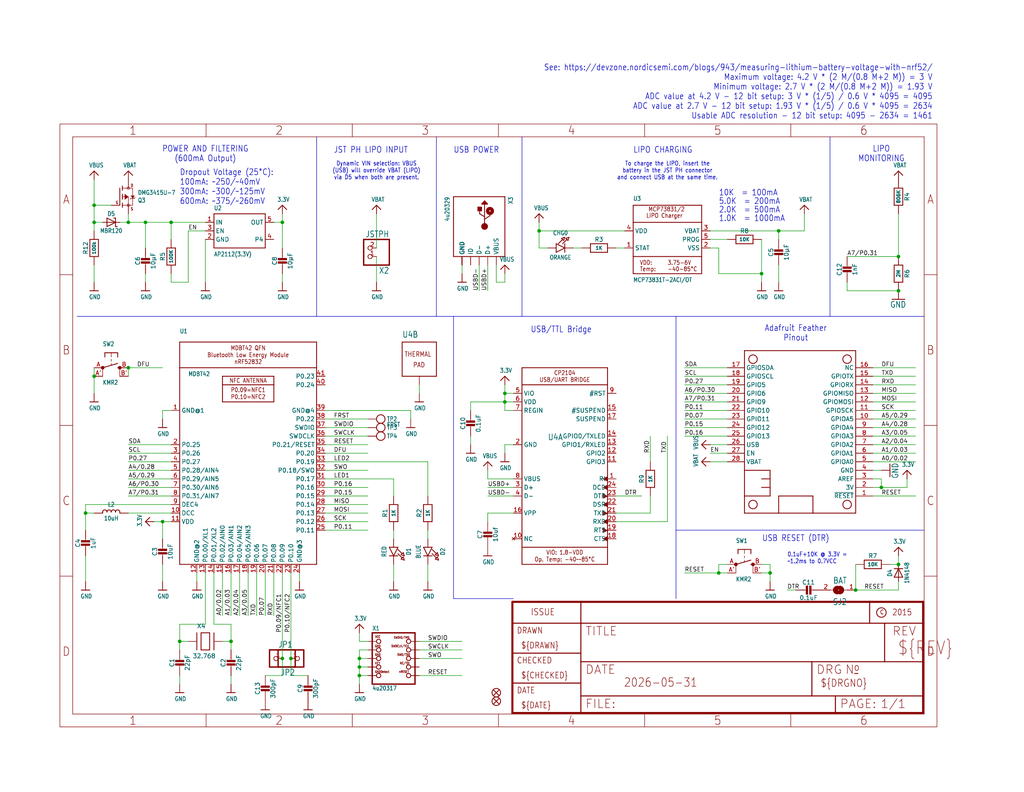
<source format=kicad_sch>
(kicad_sch (version 20231120) (generator "eeschema") (generator_version "8.0")
  (paper "User" 303.962 235.179)
  (junction (at 106.68 198.12))
  (junction (at 266.7 76.2))
  (junction (at 226.06 81.28))
  (junction (at 27.94 111.76))
  (junction (at 266.7 167.64))
  (junction (at 231.14 68.58))
  (junction (at 149.86 116.84))
  (junction (at 27.94 66.04))
  (junction (at 160.02 68.58))
  (junction (at 53.34 190.5))
  (junction (at 213.36 170.18))
  (junction (at 43.18 66.04))
  (junction (at 106.68 195.58))
  (junction (at 83.82 195.58))
  (junction (at 38.1 109.22))
  (junction (at 38.1 66.04))
  (junction (at 228.6 170.18))
  (junction (at 149.86 119.38))
  (junction (at 266.7 86.36))
  (junction (at 86.36 195.58))
  (junction (at 106.68 200.66))
  (junction (at 25.4 152.4))
  (junction (at 48.26 154.94))
  (junction (at 254 175.26))
  (junction (at 68.58 190.5))
  (junction (at 27.94 60.96))
  (junction (at 261.62 144.78))
  (junction (at 83.82 66.04))
  (junction (at 50.8 66.04))
  (wire (pts (xy 83.82 81.28) (xy 83.82 83.82)) (stroke (width 0.1524)))
  (wire (pts (xy 63.5 185.42) (xy 68.58 185.42)) (stroke (width 0.1524)))
  (wire (pts (xy 203.2 129.54) (xy 215.9 129.54)) (stroke (width 0.1524)))
  (wire (pts (xy 215.9 116.84) (xy 203.2 116.84)) (stroke (width 0.1524)))
  (polyline (pts (xy 246.38 93.98) (xy 246.38 40.64)) (stroke (width 0.1524) (type solid)))
  (wire (pts (xy 139.7 119.38) (xy 149.86 119.38)) (stroke (width 0.1524)))
  (wire (pts (xy 50.8 137.16) (xy 38.1 137.16)) (stroke (width 0.1524)))
  (wire (pts (xy 86.36 195.58) (xy 86.36 200.66)) (stroke (width 0.1524)))
  (wire (pts (xy 182.88 154.94) (xy 198.12 154.94)) (stroke (width 0.1524)))
  (wire (pts (xy 121.92 121.92) (xy 121.92 124.46)) (stroke (width 0.1524)))
  (wire (pts (xy 83.82 170.18) (xy 83.82 195.58)) (stroke (width 0.1524)))
  (wire (pts (xy 27.94 111.76) (xy 27.94 116.84)) (stroke (width 0.1524)))
  (wire (pts (xy 27.94 68.58) (xy 27.94 66.04)) (stroke (width 0.1524)))
  (wire (pts (xy 193.04 137.16) (xy 193.04 129.54)) (stroke (width 0.1524)))
  (wire (pts (xy 35.56 66.04) (xy 38.1 66.04)) (stroke (width 0.1524)))
  (wire (pts (xy 259.08 121.92) (xy 271.78 121.92)) (stroke (width 0.1524)))
  (wire (pts (xy 116.84 157.48) (xy 116.84 160.02)) (stroke (width 0.1524)))
  (wire (pts (xy 259.08 109.22) (xy 271.78 109.22)) (stroke (width 0.1524)))
  (wire (pts (xy 215.9 109.22) (xy 203.2 109.22)) (stroke (width 0.1524)))
  (wire (pts (xy 152.4 119.38) (xy 149.86 119.38)) (stroke (width 0.1524)))
  (wire (pts (xy 210.82 71.12) (xy 215.9 71.12)) (stroke (width 0.1524)))
  (wire (pts (xy 137.16 78.74) (xy 137.16 81.28)) (stroke (width 0.1524)))
  (wire (pts (xy 81.28 182.88) (xy 81.28 170.18)) (stroke (width 0.1524)))
  (wire (pts (xy 68.58 185.42) (xy 68.58 190.5)) (stroke (width 0.1524)))
  (wire (pts (xy 259.08 111.76) (xy 271.78 111.76)) (stroke (width 0.1524)))
  (polyline (pts (xy 129.54 93.98) (xy 134.62 93.98)) (stroke (width 0.1524) (type solid)))
  (wire (pts (xy 266.7 63.5) (xy 266.7 76.2)) (stroke (width 0.1524)))
  (wire (pts (xy 259.08 147.32) (xy 271.78 147.32)) (stroke (width 0.1524)))
  (wire (pts (xy 259.08 116.84) (xy 271.78 116.84)) (stroke (width 0.1524)))
  (wire (pts (xy 203.2 121.92) (xy 215.9 121.92)) (stroke (width 0.1524)))
  (wire (pts (xy 50.8 71.12) (xy 50.8 66.04)) (stroke (width 0.1524)))
  (wire (pts (xy 68.58 190.5) (xy 68.58 193.04)) (stroke (width 0.1524)))
  (wire (pts (xy 271.78 124.46) (xy 259.08 124.46)) (stroke (width 0.1524)))
  (wire (pts (xy 38.1 109.22) (xy 38.1 111.76)) (stroke (width 0.1524)))
  (wire (pts (xy 213.36 73.66) (xy 213.36 81.28)) (stroke (width 0.1524)))
  (wire (pts (xy 149.86 116.84) (xy 149.86 119.38)) (stroke (width 0.1524)))
  (wire (pts (xy 66.04 170.18) (xy 66.04 182.88)) (stroke (width 0.1524)))
  (wire (pts (xy 261.62 139.7) (xy 259.08 139.7)) (stroke (width 0.1524)))
  (wire (pts (xy 152.4 116.84) (xy 149.86 116.84)) (stroke (width 0.1524)))
  (wire (pts (xy 71.12 170.18) (xy 71.12 182.88)) (stroke (width 0.1524)))
  (wire (pts (xy 27.94 83.82) (xy 27.94 78.74)) (stroke (width 0.1524)))
  (wire (pts (xy 127 167.64) (xy 127 172.72)) (stroke (width 0.1524)))
  (polyline (pts (xy 134.62 177.8) (xy 152.4 177.8)) (stroke (width 0.1524) (type solid)))
  (wire (pts (xy 127 137.16) (xy 127 147.32)) (stroke (width 0.1524)))
  (polyline (pts (xy 154.94 93.98) (xy 154.94 40.64)) (stroke (width 0.1524) (type solid)))
  (polyline (pts (xy 200.66 157.48) (xy 200.66 93.98)) (stroke (width 0.1524) (type solid)))
  (wire (pts (xy 25.4 165.1) (xy 25.4 172.72)) (stroke (width 0.1524)))
  (wire (pts (xy 139.7 119.38) (xy 139.7 121.92)) (stroke (width 0.1524)))
  (wire (pts (xy 50.8 147.32) (xy 38.1 147.32)) (stroke (width 0.1524)))
  (wire (pts (xy 96.52 124.46) (xy 109.22 124.46)) (stroke (width 0.1524)))
  (wire (pts (xy 160.02 66.04) (xy 160.02 68.58)) (stroke (width 0.1524)))
  (wire (pts (xy 124.46 114.3) (xy 124.46 116.84)) (stroke (width 0.1524)))
  (wire (pts (xy 259.08 134.62) (xy 271.78 134.62)) (stroke (width 0.1524)))
  (wire (pts (xy 27.94 60.96) (xy 27.94 53.34)) (stroke (width 0.1524)))
  (wire (pts (xy 86.36 170.18) (xy 86.36 195.58)) (stroke (width 0.1524)))
  (wire (pts (xy 43.18 66.04) (xy 50.8 66.04)) (stroke (width 0.1524)))
  (wire (pts (xy 96.52 134.62) (xy 109.22 134.62)) (stroke (width 0.1524)))
  (wire (pts (xy 111.76 83.82) (xy 111.76 76.2)) (stroke (width 0.1524)))
  (wire (pts (xy 160.02 73.66) (xy 160.02 68.58)) (stroke (width 0.1524)))
  (wire (pts (xy 78.74 170.18) (xy 78.74 182.88)) (stroke (width 0.1524)))
  (wire (pts (xy 83.82 200.66) (xy 83.82 195.58)) (stroke (width 0.1524)))
  (wire (pts (xy 259.08 119.38) (xy 271.78 119.38)) (stroke (width 0.1524)))
  (wire (pts (xy 259.08 132.08) (xy 271.78 132.08)) (stroke (width 0.1524)))
  (wire (pts (xy 124.46 195.58) (xy 137.16 195.58)) (stroke (width 0.1524)))
  (wire (pts (xy 83.82 66.04) (xy 83.82 63.5)) (stroke (width 0.1524)))
  (wire (pts (xy 259.08 137.16) (xy 271.78 137.16)) (stroke (width 0.1524)))
  (wire (pts (xy 96.52 127) (xy 109.22 127)) (stroke (width 0.1524)))
  (wire (pts (xy 259.08 144.78) (xy 261.62 144.78)) (stroke (width 0.1524)))
  (wire (pts (xy 198.12 129.54) (xy 198.12 154.94)) (stroke (width 0.1524)))
  (wire (pts (xy 266.7 167.64) (xy 266.7 165.1)) (stroke (width 0.1524)))
  (wire (pts (xy 50.8 121.92) (xy 48.26 121.92)) (stroke (width 0.1524)))
  (wire (pts (xy 60.96 185.42) (xy 53.34 185.42)) (stroke (width 0.1524)))
  (wire (pts (xy 81.28 66.04) (xy 83.82 66.04)) (stroke (width 0.1524)))
  (wire (pts (xy 60.96 170.18) (xy 60.96 185.42)) (stroke (width 0.1524)))
  (wire (pts (xy 76.2 182.88) (xy 76.2 170.18)) (stroke (width 0.1524)))
  (wire (pts (xy 60.96 71.12) (xy 60.96 83.82)) (stroke (width 0.1524)))
  (wire (pts (xy 66.04 190.5) (xy 68.58 190.5)) (stroke (width 0.1524)))
  (wire (pts (xy 96.52 157.48) (xy 109.22 157.48)) (stroke (width 0.1524)))
  (wire (pts (xy 106.68 195.58) (xy 106.68 198.12)) (stroke (width 0.1524)))
  (polyline (pts (xy 200.66 93.98) (xy 246.38 93.98)) (stroke (width 0.1524) (type solid)))
  (wire (pts (xy 226.06 167.64) (xy 228.6 167.64)) (stroke (width 0.1524)))
  (wire (pts (xy 48.26 121.92) (xy 48.26 124.46)) (stroke (width 0.1524)))
  (wire (pts (xy 43.18 73.66) (xy 43.18 66.04)) (stroke (width 0.1524)))
  (wire (pts (xy 144.78 86.36) (xy 144.78 78.74)) (stroke (width 0.1524)))
  (wire (pts (xy 96.52 144.78) (xy 109.22 144.78)) (stroke (width 0.1524)))
  (wire (pts (xy 60.96 66.04) (xy 50.8 66.04)) (stroke (width 0.1524)))
  (wire (pts (xy 170.18 73.66) (xy 172.72 73.66)) (stroke (width 0.1524)))
  (wire (pts (xy 213.36 167.64) (xy 213.36 170.18)) (stroke (width 0.1524)))
  (wire (pts (xy 55.88 68.58) (xy 55.88 83.82)) (stroke (width 0.1524)))
  (wire (pts (xy 53.34 200.66) (xy 53.34 203.2)) (stroke (width 0.1524)))
  (wire (pts (xy 149.86 121.92) (xy 149.86 119.38)) (stroke (width 0.1524)))
  (wire (pts (xy 226.06 170.18) (xy 228.6 170.18)) (stroke (width 0.1524)))
  (wire (pts (xy 137.16 200.66) (xy 124.46 200.66)) (stroke (width 0.1524)))
  (wire (pts (xy 210.82 73.66) (xy 213.36 73.66)) (stroke (width 0.1524)))
  (polyline (pts (xy 200.66 157.48) (xy 274.32 157.48)) (stroke (width 0.1524) (type solid)))
  (wire (pts (xy 152.4 152.4) (xy 144.78 152.4)) (stroke (width 0.1524)))
  (wire (pts (xy 259.08 129.54) (xy 271.78 129.54)) (stroke (width 0.1524)))
  (wire (pts (xy 193.04 152.4) (xy 193.04 147.32)) (stroke (width 0.1524)))
  (wire (pts (xy 38.1 63.5) (xy 38.1 66.04)) (stroke (width 0.1524)))
  (wire (pts (xy 27.94 152.4) (xy 25.4 152.4)) (stroke (width 0.1524)))
  (wire (pts (xy 147.32 78.74) (xy 147.32 83.82)) (stroke (width 0.1524)))
  (wire (pts (xy 48.26 167.64) (xy 48.26 172.72)) (stroke (width 0.1524)))
  (wire (pts (xy 96.52 142.24) (xy 116.84 142.24)) (stroke (width 0.1524)))
  (wire (pts (xy 63.5 170.18) (xy 63.5 185.42)) (stroke (width 0.1524)))
  (wire (pts (xy 259.08 114.3) (xy 271.78 114.3)) (stroke (width 0.1524)))
  (wire (pts (xy 261.62 142.24) (xy 261.62 144.78)) (stroke (width 0.1524)))
  (wire (pts (xy 109.22 195.58) (xy 106.68 195.58)) (stroke (width 0.1524)))
  (wire (pts (xy 38.1 66.04) (xy 43.18 66.04)) (stroke (width 0.1524)))
  (wire (pts (xy 86.36 200.66) (xy 91.44 200.66)) (stroke (width 0.1524)))
  (polyline (pts (xy 134.62 177.8) (xy 134.62 93.98)) (stroke (width 0.1524) (type solid)))
  (wire (pts (xy 96.52 132.08) (xy 109.22 132.08)) (stroke (width 0.1524)))
  (wire (pts (xy 215.9 119.38) (xy 203.2 119.38)) (stroke (width 0.1524)))
  (wire (pts (xy 96.52 137.16) (xy 127 137.16)) (stroke (width 0.1524)))
  (wire (pts (xy 48.26 154.94) (xy 48.26 160.02)) (stroke (width 0.1524)))
  (wire (pts (xy 228.6 170.18) (xy 228.6 172.72)) (stroke (width 0.1524)))
  (wire (pts (xy 27.94 66.04) (xy 27.94 60.96)) (stroke (width 0.1524)))
  (wire (pts (xy 152.4 121.92) (xy 149.86 121.92)) (stroke (width 0.1524)))
  (wire (pts (xy 43.18 81.28) (xy 43.18 83.82)) (stroke (width 0.1524)))
  (wire (pts (xy 215.9 134.62) (xy 210.82 134.62)) (stroke (width 0.1524)))
  (wire (pts (xy 213.36 81.28) (xy 226.06 81.28)) (stroke (width 0.1524)))
  (wire (pts (xy 55.88 83.82) (xy 50.8 83.82)) (stroke (width 0.1524)))
  (wire (pts (xy 124.46 193.04) (xy 137.16 193.04)) (stroke (width 0.1524)))
  (wire (pts (xy 50.8 139.7) (xy 38.1 139.7)) (stroke (width 0.1524)))
  (wire (pts (xy 106.68 198.12) (xy 106.68 200.66)) (stroke (width 0.1524)))
  (wire (pts (xy 27.94 109.22) (xy 27.94 111.76)) (stroke (width 0.1524)))
  (wire (pts (xy 96.52 154.94) (xy 109.22 154.94)) (stroke (width 0.1524)))
  (wire (pts (xy 68.58 170.18) (xy 68.58 182.88)) (stroke (width 0.1524)))
  (wire (pts (xy 106.68 190.5) (xy 106.68 187.96)) (stroke (width 0.1524)))
  (wire (pts (xy 264.16 167.64) (xy 266.7 167.64)) (stroke (width 0.1524)))
  (wire (pts (xy 213.36 170.18) (xy 215.9 170.18)) (stroke (width 0.1524)))
  (wire (pts (xy 162.56 73.66) (xy 160.02 73.66)) (stroke (width 0.1524)))
  (wire (pts (xy 124.46 190.5) (xy 137.16 190.5)) (stroke (width 0.1524)))
  (wire (pts (xy 228.6 167.64) (xy 228.6 170.18)) (stroke (width 0.1524)))
  (wire (pts (xy 83.82 73.66) (xy 83.82 66.04)) (stroke (width 0.1524)))
  (wire (pts (xy 38.1 109.22) (xy 48.26 109.22)) (stroke (width 0.1524)))
  (wire (pts (xy 109.22 190.5) (xy 106.68 190.5)) (stroke (width 0.1524)))
  (wire (pts (xy 152.4 132.08) (xy 149.86 132.08)) (stroke (width 0.1524)))
  (wire (pts (xy 96.52 129.54) (xy 109.22 129.54)) (stroke (width 0.1524)))
  (wire (pts (xy 203.2 170.18) (xy 213.36 170.18)) (stroke (width 0.1524)))
  (polyline (pts (xy 134.62 93.98) (xy 154.94 93.98)) (stroke (width 0.1524) (type solid)))
  (wire (pts (xy 203.2 127) (xy 215.9 127)) (stroke (width 0.1524)))
  (wire (pts (xy 96.52 149.86) (xy 109.22 149.86)) (stroke (width 0.1524)))
  (wire (pts (xy 231.14 78.74) (xy 231.14 83.82)) (stroke (width 0.1524)))
  (wire (pts (xy 50.8 134.62) (xy 38.1 134.62)) (stroke (width 0.1524)))
  (polyline (pts (xy 200.66 177.8) (xy 200.66 157.48)) (stroke (width 0.1524) (type solid)))
  (wire (pts (xy 30.48 66.04) (xy 27.94 66.04)) (stroke (width 0.1524)))
  (wire (pts (xy 96.52 147.32) (xy 109.22 147.32)) (stroke (width 0.1524)))
  (wire (pts (xy 226.06 81.28) (xy 226.06 83.82)) (stroke (width 0.1524)))
  (wire (pts (xy 50.8 152.4) (xy 38.1 152.4)) (stroke (width 0.1524)))
  (wire (pts (xy 73.66 170.18) (xy 73.66 182.88)) (stroke (width 0.1524)))
  (wire (pts (xy 149.86 132.08) (xy 149.86 134.62)) (stroke (width 0.1524)))
  (wire (pts (xy 226.06 71.12) (xy 226.06 81.28)) (stroke (width 0.1524)))
  (wire (pts (xy 231.14 68.58) (xy 210.82 68.58)) (stroke (width 0.1524)))
  (wire (pts (xy 116.84 167.64) (xy 116.84 172.72)) (stroke (width 0.1524)))
  (wire (pts (xy 266.7 86.36) (xy 251.46 86.36)) (stroke (width 0.1524)))
  (wire (pts (xy 50.8 132.08) (xy 38.1 132.08)) (stroke (width 0.1524)))
  (wire (pts (xy 231.14 68.58) (xy 238.76 68.58)) (stroke (width 0.1524)))
  (wire (pts (xy 50.8 144.78) (xy 38.1 144.78)) (stroke (width 0.1524)))
  (wire (pts (xy 238.76 63.5) (xy 238.76 68.58)) (stroke (width 0.1524)))
  (wire (pts (xy 269.24 144.78) (xy 269.24 142.24)) (stroke (width 0.1524)))
  (wire (pts (xy 96.52 152.4) (xy 109.22 152.4)) (stroke (width 0.1524)))
  (polyline (pts (xy 22.86 93.98) (xy 93.98 93.98)) (stroke (width 0.1524) (type solid)))
  (wire (pts (xy 251.46 76.2) (xy 266.7 76.2)) (stroke (width 0.1524)))
  (wire (pts (xy 68.58 200.66) (xy 68.58 203.2)) (stroke (width 0.1524)))
  (wire (pts (xy 139.7 129.54) (xy 139.7 132.08)) (stroke (width 0.1524)))
  (wire (pts (xy 160.02 68.58) (xy 185.42 68.58)) (stroke (width 0.1524)))
  (polyline (pts (xy 246.38 93.98) (xy 274.32 93.98)) (stroke (width 0.1524) (type solid)))
  (wire (pts (xy 127 157.48) (xy 127 160.02)) (stroke (width 0.1524)))
  (wire (pts (xy 144.78 152.4) (xy 144.78 154.94)) (stroke (width 0.1524)))
  (wire (pts (xy 254 167.64) (xy 254 175.26)) (stroke (width 0.1524)))
  (wire (pts (xy 58.42 170.18) (xy 58.42 172.72)) (stroke (width 0.1524)))
  (wire (pts (xy 111.76 63.5) (xy 111.76 73.66)) (stroke (width 0.1524)))
  (wire (pts (xy 25.4 149.86) (xy 25.4 152.4)) (stroke (width 0.1524)))
  (wire (pts (xy 182.88 147.32) (xy 190.5 147.32)) (stroke (width 0.1524)))
  (wire (pts (xy 147.32 83.82) (xy 149.86 83.82)) (stroke (width 0.1524)))
  (wire (pts (xy 144.78 142.24) (xy 152.4 142.24)) (stroke (width 0.1524)))
  (wire (pts (xy 149.86 114.3) (xy 149.86 116.84)) (stroke (width 0.1524)))
  (wire (pts (xy 53.34 190.5) (xy 53.34 193.04)) (stroke (width 0.1524)))
  (wire (pts (xy 231.14 71.12) (xy 231.14 68.58)) (stroke (width 0.1524)))
  (wire (pts (xy 271.78 127) (xy 259.08 127)) (stroke (width 0.1524)))
  (polyline (pts (xy 129.54 93.98) (xy 129.54 40.64)) (stroke (width 0.1524) (type solid)))
  (wire (pts (xy 33.02 60.96) (xy 27.94 60.96)) (stroke (width 0.1524)))
  (wire (pts (xy 215.9 167.64) (xy 213.36 167.64)) (stroke (width 0.1524)))
  (wire (pts (xy 60.96 68.58) (xy 55.88 68.58)) (stroke (width 0.1524)))
  (wire (pts (xy 182.88 152.4) (xy 193.04 152.4)) (stroke (width 0.1524)))
  (polyline (pts (xy 93.98 93.98) (xy 129.54 93.98)) (stroke (width 0.1524) (type solid)))
  (wire (pts (xy 55.88 190.5) (xy 53.34 190.5)) (stroke (width 0.1524)))
  (wire (pts (xy 48.26 154.94) (xy 45.72 154.94)) (stroke (width 0.1524)))
  (wire (pts (xy 182.88 73.66) (xy 185.42 73.66)) (stroke (width 0.1524)))
  (wire (pts (xy 88.9 170.18) (xy 88.9 172.72)) (stroke (width 0.1524)))
  (wire (pts (xy 266.7 175.26) (xy 266.7 172.72)) (stroke (width 0.1524)))
  (wire (pts (xy 53.34 185.42) (xy 53.34 190.5)) (stroke (width 0.1524)))
  (wire (pts (xy 251.46 86.36) (xy 251.46 83.82)) (stroke (width 0.1524)))
  (wire (pts (xy 50.8 83.82) (xy 50.8 81.28)) (stroke (width 0.1524)))
  (wire (pts (xy 233.68 175.26) (xy 236.22 175.26)) (stroke (width 0.1524)))
  (wire (pts (xy 106.68 193.04) (xy 106.68 195.58)) (stroke (width 0.1524)))
  (wire (pts (xy 215.9 111.76) (xy 203.2 111.76)) (stroke (width 0.1524)))
  (wire (pts (xy 109.22 198.12) (xy 106.68 198.12)) (stroke (width 0.1524)))
  (wire (pts (xy 25.4 152.4) (xy 25.4 157.48)) (stroke (width 0.1524)))
  (wire (pts (xy 215.9 114.3) (xy 203.2 114.3)) (stroke (width 0.1524)))
  (wire (pts (xy 144.78 144.78) (xy 152.4 144.78)) (stroke (width 0.1524)))
  (wire (pts (xy 96.52 139.7) (xy 109.22 139.7)) (stroke (width 0.1524)))
  (wire (pts (xy 106.68 200.66) (xy 106.68 203.2)) (stroke (width 0.1524)))
  (wire (pts (xy 203.2 124.46) (xy 215.9 124.46)) (stroke (width 0.1524)))
  (wire (pts (xy 50.8 142.24) (xy 38.1 142.24)) (stroke (width 0.1524)))
  (polyline (pts (xy 93.98 93.98) (xy 93.98 40.64)) (stroke (width 0.1524) (type solid)))
  (wire (pts (xy 109.22 200.66) (xy 106.68 200.66)) (stroke (width 0.1524)))
  (wire (pts (xy 96.52 121.92) (xy 121.92 121.92)) (stroke (width 0.1524)))
  (wire (pts (xy 78.74 200.66) (xy 83.82 200.66)) (stroke (width 0.1524)))
  (wire (pts (xy 149.86 83.82) (xy 149.86 81.28)) (stroke (width 0.1524)))
  (wire (pts (xy 109.22 193.04) (xy 106.68 193.04)) (stroke (width 0.1524)))
  (polyline (pts (xy 154.94 93.98) (xy 200.66 93.98)) (stroke (width 0.1524) (type solid)))
  (wire (pts (xy 144.78 147.32) (xy 152.4 147.32)) (stroke (width 0.1524)))
  (wire (pts (xy 50.8 149.86) (xy 25.4 149.86)) (stroke (width 0.1524)))
  (wire (pts (xy 116.84 142.24) (xy 116.84 147.32)) (stroke (width 0.1524)))
  (wire (pts (xy 261.62 144.78) (xy 269.24 144.78)) (stroke (width 0.1524)))
  (wire (pts (xy 142.24 86.36) (xy 142.24 78.74)) (stroke (width 0.1524)))
  (wire (pts (xy 254 175.26) (xy 266.7 175.26)) (stroke (width 0.1524)))
  (wire (pts (xy 259.08 142.24) (xy 261.62 142.24)) (stroke (width 0.1524)))
  (wire (pts (xy 215.9 137.16) (xy 210.82 137.16)) (stroke (width 0.1524)))
  (wire (pts (xy 50.8 154.94) (xy 48.26 154.94)) (stroke (width 0.1524)))
  (wire (pts (xy 215.9 132.08) (xy 210.82 132.08)) (stroke (width 0.1524)))
  (wire (pts (xy 144.78 142.24) (xy 144.78 139.7)) (stroke (width 0.1524)))
  (text "Adafruit Feather\nPinout" (at 236.22 99.06 0) (effects (font (size 1.778 1.5113))))
  (text "USB/TTL Bridge" (at 157.48 99.06 0) (effects (font (size 1.778 1.5113)) (justify left bottom)))
  (text "LIPO CHARGING" (at 187.96 45.72 0) (effects (font (size 1.778 1.5113)) (justify left bottom)))
  (text "USB POWER" (at 134.62 45.72 0) (effects (font (size 1.778 1.5113)) (justify left bottom)))
  (text "To charge the LIPO, insert the\nbattery in the JST PH connector\nand connect USB at the same time." (at 198.12 50.8 0) (effects (font (size 1.27 1.0795))))
  (text "LIPO\nMONITORING" (at 261.62 48.26 0) (effects (font (size 1.778 1.5113)) (justify bottom)))
  (text "POWER AND FILTERING\n(600mA Output)" (at 60.96 48.26 0) (effects (font (size 1.778 1.5113)) (justify bottom)))
  (text "1.0K  = 1000mA" (at 213.36 66.04 0) (effects (font (size 1.778 1.5113)) (justify left bottom)))
  (text "10K  = 100mA" (at 213.36 58.42 0) (effects (font (size 1.778 1.5113)) (justify left bottom)))
  (text "Dropout Voltage (25°C):\n100mA: ~250/~40mV\n300mA: ~300/~125mV\n600mA: ~375/~260mV" (at 53.34 60.96 0) (effects (font (size 1.778 1.5113)) (justify left bottom)))
  (text "USB RESET (DTR)" (at 236.22 160.02 0) (effects (font (size 1.778 1.5113))))
  (text "Dynamic VIN selection: VBUS\n(USB) will override VBAT (LIPO)\nvia D5 when both are present." (at 111.76 50.8 0) (effects (font (size 1.27 1.0795))))
  (text "0.1uF+10K @ 3.3V =\n~1.2ms to 0.7VCC" (at 233.68 167.64 0) (effects (font (size 1.27 1.0795)) (justify left bottom)))
  (text "See: https://devzone.nordicsemi.com/blogs/943/measuring-lithium-battery-voltage-with-nrf52/\nMaximum voltage: 4.2 V * (2 M/(0.8 M+2 M)) = 3 V\nMinimum voltage: 2.7 V * (2 M/(0.8 M+2 M)) = 1.93 V\nADC value at 4.2 V - 12 bit setup: 3 V * (1/5) / 0.6 V * 4095 = 4095\nADC value at 2.7 V - 12 bit setup: 1.93 V * (1/5) / 0.6 V * 4095 = 2634\nUsable ADC resolution - 12 bit setup: 4095 - 2634 = 1461" (at 276.86 35.56 0) (effects (font (size 1.778 1.5113)) (justify right bottom)))
  (text "2.0K  = 500mA" (at 213.36 63.5 0) (effects (font (size 1.778 1.5113)) (justify left bottom)))
  (text "5.0K  = 200mA" (at 213.36 60.96 0) (effects (font (size 1.778 1.5113)) (justify left bottom)))
  (text "JST PH LIPO INPUT" (at 99.06 45.72 0) (effects (font (size 1.778 1.5113)) (justify left bottom)))
  (label "A3/0.05" (at 261.62 129.54 0) (effects (font (size 1.2446 1.2446))))
  (label "DTR" (at 185.42 147.32 0) (effects (font (size 1.2446 1.2446))))
  (label "P0.11" (at 99.06 157.48 0) (effects (font (size 1.2446 1.2446))))
  (label "P0.09/NFC1" (at 83.82 187.96 90) (effects (font (size 1.2446 1.2446))))
  (label "A7/P0.31" (at 203.2 119.38 0) (effects (font (size 1.2446 1.2446))))
  (label "A7/P0.31" (at 251.46 76.2 0) (effects (font (size 1.2446 1.2446))))
  (label "A1/0.03" (at 261.62 134.62 0) (effects (font (size 1.2446 1.2446))))
  (label "RESET" (at 99.06 132.08 0) (effects (font (size 1.2446 1.2446))))
  (label "EN" (at 210.82 134.62 0) (effects (font (size 1.2446 1.2446))))
  (label "P0.16" (at 99.06 144.78 0) (effects (font (size 1.2446 1.2446))))
  (label "TXD" (at 198.12 134.62 90) (effects (font (size 1.2446 1.2446))))
  (label "A0/0.02" (at 261.62 137.16 0) (effects (font (size 1.2446 1.2446))))
  (label "SCK" (at 99.06 154.94 0) (effects (font (size 1.2446 1.2446))))
  (label "A6/P0.30" (at 203.2 116.84 0) (effects (font (size 1.2446 1.2446))))
  (label "SCL" (at 203.2 111.76 0) (effects (font (size 1.2446 1.2446))))
  (label "RESET" (at 127 200.66 0) (effects (font (size 1.2446 1.2446))))
  (label "P0.10/NFC2" (at 86.36 187.96 90) (effects (font (size 1.2446 1.2446))))
  (label "USBD-" (at 142.24 86.36 90) (effects (font (size 1.2446 1.2446))))
  (label "DFU" (at 40.64 109.22 0) (effects (font (size 1.2446 1.2446))))
  (label "EN" (at 55.88 68.58 0) (effects (font (size 1.2446 1.2446))))
  (label "SWDIO" (at 127 190.5 0) (effects (font (size 1.2446 1.2446))))
  (label "A6/P0.30" (at 38.1 144.78 0) (effects (font (size 1.2446 1.2446))))
  (label "A5/0.29" (at 261.62 124.46 0) (effects (font (size 1.2446 1.2446))))
  (label "P0.07" (at 78.74 182.88 90) (effects (font (size 1.2446 1.2446))))
  (label "RESET" (at 256.54 175.26 0) (effects (font (size 1.2446 1.2446))))
  (label "TXD" (at 76.2 182.88 90) (effects (font (size 1.2446 1.2446))))
  (label "DFU" (at 261.62 109.22 0) (effects (font (size 1.2446 1.2446))))
  (label "SWO" (at 127 195.58 0) (effects (font (size 1.2446 1.2446))))
  (label "A4/0.28" (at 38.1 139.7 0) (effects (font (size 1.2446 1.2446))))
  (label "RESET" (at 203.2 170.18 0) (effects (font (size 1.2446 1.2446))))
  (label "USBD+" (at 144.78 144.78 0) (effects (font (size 1.2446 1.2446))))
  (label "MOSI" (at 99.06 152.4 0) (effects (font (size 1.2446 1.2446))))
  (label "P0.15" (at 99.06 147.32 0) (effects (font (size 1.2446 1.2446))))
  (label "A0/0.02" (at 66.04 182.88 90) (effects (font (size 1.2446 1.2446))))
  (label "A1/0.03" (at 68.58 182.88 90) (effects (font (size 1.2446 1.2446))))
  (label "SWCLK" (at 127 193.04 0) (effects (font (size 1.2446 1.2446))))
  (label "P0.07" (at 203.2 124.46 0) (effects (font (size 1.2446 1.2446))))
  (label "LED2" (at 99.06 137.16 0) (effects (font (size 1.2446 1.2446))))
  (label "FRST" (at 99.06 124.46 0) (effects (font (size 1.2446 1.2446))))
  (label "SCK" (at 261.62 121.92 0) (effects (font (size 1.2446 1.2446))))
  (label "MISO" (at 99.06 149.86 0) (effects (font (size 1.2446 1.2446))))
  (label "RXD" (at 193.04 134.62 90) (effects (font (size 1.2446 1.2446))))
  (label "USBD+" (at 144.78 86.36 90) (effects (font (size 1.2446 1.2446))))
  (label "P0.16" (at 203.2 129.54 0) (effects (font (size 1.2446 1.2446))))
  (label "A2/0.04" (at 71.12 182.88 90) (effects (font (size 1.2446 1.2446))))
  (label "A7/P0.31" (at 38.1 147.32 0) (effects (font (size 1.2446 1.2446))))
  (label "P0.15" (at 203.2 127 0) (effects (font (size 1.2446 1.2446))))
  (label "SWDIO" (at 99.06 127 0) (effects (font (size 1.2446 1.2446))))
  (label "A3/0.05" (at 73.66 182.88 90) (effects (font (size 1.2446 1.2446))))
  (label "A2/0.04" (at 261.62 132.08 0) (effects (font (size 1.2446 1.2446))))
  (label "P0.11" (at 203.2 121.92 0) (effects (font (size 1.2446 1.2446))))
  (label "DTR" (at 233.68 175.26 0) (effects (font (size 1.2446 1.2446))))
  (label "TXD" (at 261.62 111.76 0) (effects (font (size 1.2446 1.2446))))
  (label "A5/0.29" (at 38.1 142.24 0) (effects (font (size 1.2446 1.2446))))
  (label "RXD" (at 261.62 114.3 0) (effects (font (size 1.2446 1.2446))))
  (label "SDA" (at 38.1 132.08 0) (effects (font (size 1.2446 1.2446))))
  (label "RESET" (at 261.62 147.32 0) (effects (font (size 1.2446 1.2446))))
  (label "SWCLK" (at 99.06 129.54 0) (effects (font (size 1.2446 1.2446))))
  (label "MOSI" (at 261.62 119.38 0) (effects (font (size 1.2446 1.2446))))
  (label "MISO" (at 261.62 116.84 0) (effects (font (size 1.2446 1.2446))))
  (label "SDA" (at 203.2 109.22 0) (effects (font (size 1.2446 1.2446))))
  (label "RXD" (at 81.28 182.88 90) (effects (font (size 1.2446 1.2446))))
  (label "DFU" (at 99.06 134.62 0) (effects (font (size 1.2446 1.2446))))
  (label "SCL" (at 38.1 134.62 0) (effects (font (size 1.2446 1.2446))))
  (label "SWO" (at 99.06 139.7 0) (effects (font (size 1.2446 1.2446))))
  (label "USBD-" (at 144.78 147.32 0) (effects (font (size 1.2446 1.2446))))
  (label "P0.27" (at 203.2 114.3 0) (effects (font (size 1.2446 1.2446))))
  (label "LED1" (at 99.06 142.24 0) (effects (font (size 1.2446 1.2446))))
  (label "P0.27" (at 38.1 137.16 0) (effects (font (size 1.2446 1.2446))))
  (label "A4/0.28" (at 261.62 127 0) (effects (font (size 1.2446 1.2446))))
  (symbol (lib_id "Adafruit nRF52 Bluefruit Feather-eagle-import:RESISTOR_0603_NOOUT") (at 266.7 81.28 270) (unit 1)
    (property "Reference" "R6" (at 269.24 81.28 0))
    (property "Value" "2M" (at 266.7 81.28 0) (effects (font (size 1.016 1.016) (thickness 0.2032) (bold yes))))
    (property "Footprint" "Adafruit nRF52 Bluefruit Feather:0603-NO" (effects (hide yes)))
  )
  (symbol (lib_id "Adafruit nRF52 Bluefruit Feather-eagle-import:CP2104") (at 124.46 106.68 0) (unit 2)
    (property "Reference" "U4" (at 119.38 100.33 0) (effects (font (size 1.778 1.5113)) (justify left bottom)))
    (property "Value" "CP2104" (effects (hide yes)))
    (property "Footprint" "Adafruit nRF52 Bluefruit Feather:QFN24_4MM_SMSC" (effects (hide yes)))
  )
  (symbol (lib_id "Adafruit nRF52 Bluefruit Feather-eagle-import:GND") (at 149.86 137.16 0) (unit 1)
    (property "Reference" "#U$20" (effects (hide yes)))
    (property "Value" "GND" (at 148.336 139.7 0) (effects (font (size 1.27 1.0795)) (justify left bottom)))
  )
  (symbol (lib_id "Adafruit nRF52 Bluefruit Feather-eagle-import:GND") (at 27.94 86.36 0) (unit 1)
    (property "Reference" "#U$44" (effects (hide yes)))
    (property "Value" "GND" (at 26.416 88.9 0) (effects (font (size 1.27 1.0795)) (justify left bottom)))
  )
  (symbol (lib_id "Adafruit nRF52 Bluefruit Feather-eagle-import:VBUS") (at 144.78 137.16 0) (unit 1)
    (property "Reference" "#U$31" (effects (hide yes)))
    (property "Value" "VBUS" (at 143.256 136.144 0) (effects (font (size 1.27 1.0795)) (justify left bottom)))
  )
  (symbol (lib_id "Adafruit nRF52 Bluefruit Feather-eagle-import:NRF52832_MODULE_MDBT42") (at 73.66 134.62 0) (unit 1)
    (property "Reference" "U1" (at 53.34 99.06 0) (effects (font (size 1.27 1.0795)) (justify left bottom)))
    (property "Value" "MDBT42" (at 55.88 111.76 0) (effects (font (size 1.27 1.0795)) (justify left bottom)))
    (property "Footprint" "Adafruit nRF52 Bluefruit Feather:BLE_MODULE_RAYTAC_MDBT42" (effects (hide yes)))
  )
  (symbol (lib_id "Adafruit nRF52 Bluefruit Feather-eagle-import:GND") (at 48.26 175.26 0) (unit 1)
    (property "Reference" "#U$4" (effects (hide yes)))
    (property "Value" "GND" (at 46.736 177.8 0) (effects (font (size 1.27 1.0795)) (justify left bottom)))
  )
  (symbol (lib_id "Adafruit nRF52 Bluefruit Feather-eagle-import:3.3V") (at 43.18 154.94 90) (unit 1)
    (property "Reference" "#U$12" (effects (hide yes)))
    (property "Value" "3.3V" (at 42.164 156.464 0) (effects (font (size 1.27 1.0795)) (justify left bottom)))
  )
  (symbol (lib_id "Adafruit nRF52 Bluefruit Feather-eagle-import:SOLDERJUMPERCLOSED") (at 248.92 175.26 180) (unit 1)
    (property "Reference" "SJ2" (at 251.46 177.8 0) (effects (font (size 1.778 1.5113)) (justify left bottom)))
    (property "Value" "BAT" (at 251.46 171.45 0) (effects (font (size 1.778 1.5113)) (justify left bottom)))
    (property "Footprint" "Adafruit nRF52 Bluefruit Feather:SOLDERJUMPER_CLOSEDWIRE" (effects (hide yes)))
  )
  (symbol (lib_id "Adafruit nRF52 Bluefruit Feather-eagle-import:supply1_GND") (at 264.16 139.7 90) (unit 1)
    (property "Reference" "#GND1" (effects (hide yes)))
    (property "Value" "GND" (at 266.7 142.24 0) (effects (font (size 1.778 1.5113)) (justify left bottom)))
  )
  (symbol (lib_id "Adafruit nRF52 Bluefruit Feather-eagle-import:CAP_CERAMIC0603_NO") (at 238.76 175.26 270) (unit 1)
    (property "Reference" "C11" (at 240.01 172.97 90))
    (property "Value" "0.1uF" (at 240.01 177.56 90))
    (property "Footprint" "Adafruit nRF52 Bluefruit Feather:0603-NO" (effects (hide yes)))
  )
  (symbol (lib_id "Adafruit nRF52 Bluefruit Feather-eagle-import:VBAT") (at 208.28 137.16 90) (unit 1)
    (property "Reference" "#U$34" (effects (hide yes)))
    (property "Value" "VBAT" (at 207.264 138.684 0) (effects (font (size 1.27 1.0795)) (justify left bottom)))
  )
  (symbol (lib_id "Adafruit nRF52 Bluefruit Feather-eagle-import:LED0805_NOOUTLINE") (at 116.84 165.1 270) (unit 1)
    (property "Reference" "D1" (at 121.285 163.83 0) (effects (font (size 1.27 1.0795))))
    (property "Value" "RED" (at 114.046 163.83 0) (effects (font (size 1.27 1.0795))))
    (property "Footprint" "Adafruit nRF52 Bluefruit Feather:CHIPLED_0805_NOOUTLINE" (effects (hide yes)))
  )
  (symbol (lib_id "Adafruit nRF52 Bluefruit Feather-eagle-import:LED0805_NOOUTLINE") (at 167.64 73.66 0) (unit 1)
    (property "Reference" "CHG0" (at 166.37 69.215 0) (effects (font (size 1.27 1.0795))))
    (property "Value" "ORANGE" (at 166.37 76.454 0) (effects (font (size 1.27 1.0795))))
    (property "Footprint" "Adafruit nRF52 Bluefruit Feather:CHIPLED_0805_NOOUTLINE" (effects (hide yes)))
  )
  (symbol (lib_id "Adafruit nRF52 Bluefruit Feather-eagle-import:CAP_CERAMIC0603_NO") (at 25.4 162.56 0) (unit 1)
    (property "Reference" "C4" (at 23.11 161.31 90))
    (property "Value" "1uF" (at 27.7 161.31 90))
    (property "Footprint" "Adafruit nRF52 Bluefruit Feather:0603-NO" (effects (hide yes)))
  )
  (symbol (lib_id "Adafruit nRF52 Bluefruit Feather-eagle-import:CAP_CERAMIC_0603MP") (at 78.74 205.74 0) (unit 1)
    (property "Reference" "C13" (at 76.45 204.49 90))
    (property "Value" "300pF" (at 81.04 204.49 90))
    (property "Footprint" "Adafruit nRF52 Bluefruit Feather:_0603MP" (effects (hide yes)))
  )
  (symbol (lib_id "Adafruit nRF52 Bluefruit Feather-eagle-import:3.3V") (at 266.7 162.56 0) (unit 1)
    (property "Reference" "#U$40" (effects (hide yes)))
    (property "Value" "3.3V" (at 265.176 161.544 0) (effects (font (size 1.27 1.0795)) (justify left bottom)))
  )
  (symbol (lib_id "Adafruit nRF52 Bluefruit Feather-eagle-import:FEATHERWING_NODIM") (at 254 152.4 90) (unit 1)
    (property "Reference" "MS1" (effects (hide yes)))
    (property "Value" "FEATHERWING_NODIM" (effects (hide yes)))
    (property "Footprint" "Adafruit nRF52 Bluefruit Feather:FEATHERWING_NODIM" (effects (hide yes)))
  )
  (symbol (lib_id "Adafruit nRF52 Bluefruit Feather-eagle-import:GND") (at 60.96 86.36 0) (unit 1)
    (property "Reference" "#U$30" (effects (hide yes)))
    (property "Value" "GND" (at 59.436 88.9 0) (effects (font (size 1.27 1.0795)) (justify left bottom)))
  )
  (symbol (lib_id "Adafruit nRF52 Bluefruit Feather-eagle-import:CAP_CERAMIC0805-NOOUTLINE") (at 48.26 165.1 0) (unit 1)
    (property "Reference" "C3" (at 45.97 163.85 90))
    (property "Value" "10uF" (at 50.56 163.85 90))
    (property "Footprint" "Adafruit nRF52 Bluefruit Feather:0805-NO" (effects (hide yes)))
  )
  (symbol (lib_id "Adafruit nRF52 Bluefruit Feather-eagle-import:GND") (at 48.26 127 0) (unit 1)
    (property "Reference" "#U$5" (effects (hide yes)))
    (property "Value" "GND" (at 46.736 129.54 0) (effects (font (size 1.27 1.0795)) (justify left bottom)))
  )
  (symbol (lib_id "Adafruit nRF52 Bluefruit Feather-eagle-import:RESISTOR_0603_NOOUT") (at 193.04 142.24 90) (unit 1)
    (property "Reference" "R9" (at 190.5 142.24 0))
    (property "Value" "1K" (at 193.04 142.24 0) (effects (font (size 1.016 1.016) (thickness 0.2032) (bold yes))))
    (property "Footprint" "Adafruit nRF52 Bluefruit Feather:0603-NO" (effects (hide yes)))
  )
  (symbol (lib_id "Adafruit nRF52 Bluefruit Feather-eagle-import:GND") (at 127 175.26 0) (unit 1)
    (property "Reference" "#U$8" (effects (hide yes)))
    (property "Value" "GND" (at 125.476 177.8 0) (effects (font (size 1.27 1.0795)) (justify left bottom)))
  )
  (symbol (lib_id "Adafruit nRF52 Bluefruit Feather-eagle-import:GND") (at 68.58 205.74 0) (unit 1)
    (property "Reference" "#U$2" (effects (hide yes)))
    (property "Value" "GND" (at 67.056 208.28 0) (effects (font (size 1.27 1.0795)) (justify left bottom)))
  )
  (symbol (lib_id "Adafruit nRF52 Bluefruit Feather-eagle-import:LED0805_NOOUTLINE") (at 127 165.1 270) (unit 1)
    (property "Reference" "D2" (at 131.445 163.83 0) (effects (font (size 1.27 1.0795))))
    (property "Value" "BLUE" (at 124.206 163.83 0) (effects (font (size 1.27 1.0795))))
    (property "Footprint" "Adafruit nRF52 Bluefruit Feather:CHIPLED_0805_NOOUTLINE" (effects (hide yes)))
  )
  (symbol (lib_id "Adafruit nRF52 Bluefruit Feather-eagle-import:GND") (at 226.06 86.36 0) (unit 1)
    (property "Reference" "#U$36" (effects (hide yes)))
    (property "Value" "GND" (at 224.536 88.9 0) (effects (font (size 1.27 1.0795)) (justify left bottom)))
  )
  (symbol (lib_id "Adafruit nRF52 Bluefruit Feather-eagle-import:RESISTOR_0603_NOOUT") (at 266.7 58.42 270) (unit 1)
    (property "Reference" "R4" (at 269.24 58.42 0))
    (property "Value" "806K" (at 266.7 58.42 0) (effects (font (size 1.016 1.016) (thickness 0.2032) (bold yes))))
    (property "Footprint" "Adafruit nRF52 Bluefruit Feather:0603-NO" (effects (hide yes)))
  )
  (symbol (lib_id "Adafruit nRF52 Bluefruit Feather-eagle-import:GND") (at 27.94 119.38 0) (unit 1)
    (property "Reference" "#U$21" (effects (hide yes)))
    (property "Value" "GND" (at 26.416 121.92 0) (effects (font (size 1.27 1.0795)) (justify left bottom)))
  )
  (symbol (lib_id "Adafruit nRF52 Bluefruit Feather-eagle-import:SWITCH_TACT_SMT4.6X2.8") (at 220.98 167.64 0) (unit 1)
    (property "Reference" "SW1" (at 218.44 161.29 0) (effects (font (size 1.27 1.0795)) (justify left bottom)))
    (property "Value" "KMR2" (at 218.44 172.72 0) (effects (font (size 1.27 1.0795)) (justify left bottom)))
    (property "Footprint" "Adafruit nRF52 Bluefruit Feather:BTN_KMR2_4.6X2.8" (effects (hide yes)))
  )
  (symbol (lib_id "Adafruit nRF52 Bluefruit Feather-eagle-import:CAP_CERAMIC0603_NO") (at 68.58 198.12 0) (unit 1)
    (property "Reference" "C2" (at 66.29 196.87 90))
    (property "Value" "22pF" (at 70.88 196.87 90))
    (property "Footprint" "Adafruit nRF52 Bluefruit Feather:0603-NO" (effects (hide yes)))
  )
  (symbol (lib_id "Adafruit nRF52 Bluefruit Feather-eagle-import:SWITCH_TACT_SMT4.6X2.8") (at 33.02 109.22 0) (unit 1)
    (property "Reference" "SW2" (at 30.48 102.87 0) (effects (font (size 1.27 1.0795)) (justify left bottom)))
    (property "Value" "KMR2" (at 30.48 114.3 0) (effects (font (size 1.27 1.0795)) (justify left bottom)))
    (property "Footprint" "Adafruit nRF52 Bluefruit Feather:BTN_KMR2_4.6X2.8" (effects (hide yes)))
  )
  (symbol (lib_id "Adafruit nRF52 Bluefruit Feather-eagle-import:XTAL-3.2X1.5") (at 60.96 190.5 0) (unit 1)
    (property "Reference" "X4" (at 58.42 186.69 0) (effects (justify left bottom)))
    (property "Value" "32.768" (at 57.15 195.58 0) (effects (justify left bottom)))
    (property "Footprint" "Adafruit nRF52 Bluefruit Feather:XTAL3215" (effects (hide yes)))
  )
  (symbol (lib_id "Adafruit nRF52 Bluefruit Feather-eagle-import:CON_JST_PH_2PIN") (at 109.22 73.66 180) (unit 1)
    (property "Reference" "X2" (at 115.57 79.375 0) (effects (font (size 1.778 1.5113)) (justify left bottom)))
    (property "Value" "JSTPH" (at 115.57 68.58 0) (effects (font (size 1.778 1.5113)) (justify left bottom)))
    (property "Footprint" "Adafruit nRF52 Bluefruit Feather:JSTPH2" (effects (hide yes)))
  )
  (symbol (lib_id "Adafruit nRF52 Bluefruit Feather-eagle-import:FRAME_A4") (at 152.4 213.36 0) (unit 2)
    (property "Reference" "#FRAME1" (effects (hide yes)))
    (property "Value" "FRAME_A4" (effects (hide yes)))
  )
  (symbol (lib_id "Adafruit nRF52 Bluefruit Feather-eagle-import:VBAT") (at 266.7 50.8 0) (unit 1)
    (property "Reference" "#U$14" (effects (hide yes)))
    (property "Value" "VBAT" (at 265.176 49.784 0) (effects (font (size 1.27 1.0795)) (justify left bottom)))
  )
  (symbol (lib_id "Adafruit nRF52 Bluefruit Feather-eagle-import:JTAG-CORTEXBOXPOSTS") (at 116.84 195.58 0) (unit 1)
    (property "Reference" "X1" (at 110.49 187.325 0) (effects (font (size 1.27 1.0795)) (justify left bottom)))
    (property "Value" "4u20317" (at 110.49 205.105 0) (effects (font (size 1.27 1.0795)) (justify left bottom)))
    (property "Footprint" "Adafruit nRF52 Bluefruit Feather:2X05_1.27MM_BOX_POSTS" (effects (hide yes)))
  )
  (symbol (lib_id "Adafruit nRF52 Bluefruit Feather-eagle-import:TESTPOINT1.5X2.0MM_NOCREAM") (at 109.22 124.46 270) (unit 1)
    (property "Reference" "TP2" (at 114.808 124.46 90) (effects (font (size 1.27 1.0795)) (justify left)))
    (property "Value" "FRST" (at 114.808 126.111 90) (effects (font (size 1.27 1.0795)) (justify left)))
    (property "Footprint" "Adafruit nRF52 Bluefruit Feather:PAD-1.5X2.0" (effects (hide yes)))
  )
  (symbol (lib_id "Adafruit nRF52 Bluefruit Feather-eagle-import:CAP_CERAMIC0603_NO") (at 251.46 81.28 0) (unit 1)
    (property "Reference" "C12" (at 249.17 80.03 90))
    (property "Value" "1nF" (at 253.76 80.03 90))
    (property "Footprint" "Adafruit nRF52 Bluefruit Feather:0603-NO" (effects (hide yes)))
  )
  (symbol (lib_id "Adafruit nRF52 Bluefruit Feather-eagle-import:GND") (at 53.34 205.74 0) (unit 1)
    (property "Reference" "#U$1" (effects (hide yes)))
    (property "Value" "GND" (at 51.816 208.28 0) (effects (font (size 1.27 1.0795)) (justify left bottom)))
  )
  (symbol (lib_id "Adafruit nRF52 Bluefruit Feather-eagle-import:GND") (at 78.74 210.82 0) (unit 1)
    (property "Reference" "#U$23" (effects (hide yes)))
    (property "Value" "GND" (at 77.216 213.36 0) (effects (font (size 1.27 1.0795)) (justify left bottom)))
  )
  (symbol (lib_id "Adafruit nRF52 Bluefruit Feather-eagle-import:GND") (at 144.78 165.1 0) (unit 1)
    (property "Reference" "#U$15" (effects (hide yes)))
    (property "Value" "GND" (at 143.256 167.64 0) (effects (font (size 1.27 1.0795)) (justify left bottom)))
  )
  (symbol (lib_id "Adafruit nRF52 Bluefruit Feather-eagle-import:GND") (at 43.18 86.36 0) (unit 1)
    (property "Reference" "#U$27" (effects (hide yes)))
    (property "Value" "GND" (at 41.656 88.9 0) (effects (font (size 1.27 1.0795)) (justify left bottom)))
  )
  (symbol (lib_id "Adafruit nRF52 Bluefruit Feather-eagle-import:GND") (at 25.4 175.26 0) (unit 1)
    (property "Reference" "#U$11" (effects (hide yes)))
    (property "Value" "GND" (at 23.876 177.8 0) (effects (font (size 1.27 1.0795)) (justify left bottom)))
  )
  (symbol (lib_id "Adafruit nRF52 Bluefruit Feather-eagle-import:HEADER-1X12MM") (at 88.9 195.58 0) (unit 1)
    (property "Reference" "JP1" (at 82.55 192.405 0) (effects (font (size 1.778 1.5113)) (justify left bottom)))
    (property "Value" "HEADER-1X12MM" (effects (hide yes)))
    (property "Footprint" "Adafruit nRF52 Bluefruit Feather:1X01_2MM" (effects (hide yes)))
  )
  (symbol (lib_id "Adafruit nRF52 Bluefruit Feather-eagle-import:USB_MICRO_20329_V2") (at 142.24 68.58 270) (unit 1)
    (property "Reference" "X3" (at 150.876 58.42 0) (effects (font (size 1.27 1.0795)) (justify left bottom)))
    (property "Value" "4u20329" (at 132.08 58.42 0) (effects (font (size 1.27 1.0795)) (justify left bottom)))
    (property "Footprint" "Adafruit nRF52 Bluefruit Feather:4UCONN_20329_V2" (effects (hide yes)))
  )
  (symbol (lib_id "Adafruit nRF52 Bluefruit Feather-eagle-import:HEADER-1X12MM") (at 81.28 195.58 180) (unit 1)
    (property "Reference" "JP2" (at 87.63 198.755 0) (effects (font (size 1.778 1.5113)) (justify left bottom)))
    (property "Value" "HEADER-1X12MM" (effects (hide yes)))
    (property "Footprint" "Adafruit nRF52 Bluefruit Feather:1X01_2MM" (effects (hide yes)))
  )
  (symbol (lib_id "Adafruit nRF52 Bluefruit Feather-eagle-import:RESISTOR_0603_NOOUT") (at 127 152.4 90) (unit 1)
    (property "Reference" "R2" (at 124.46 152.4 0))
    (property "Value" "1K" (at 127 152.4 0) (effects (font (size 1.016 1.016) (thickness 0.2032) (bold yes))))
    (property "Footprint" "Adafruit nRF52 Bluefruit Feather:0603-NO" (effects (hide yes)))
  )
  (symbol (lib_id "Adafruit nRF52 Bluefruit Feather-eagle-import:RESISTOR_0603_NOOUT") (at 50.8 76.2 90) (unit 1)
    (property "Reference" "R5" (at 48.26 76.2 0))
    (property "Value" "100K" (at 50.8 76.2 0) (effects (font (size 1.016 1.016) (thickness 0.2032) (bold yes))))
    (property "Footprint" "Adafruit nRF52 Bluefruit Feather:0603-NO" (effects (hide yes)))
  )
  (symbol (lib_id "Adafruit nRF52 Bluefruit Feather-eagle-import:GND") (at 121.92 127 0) (unit 1)
    (property "Reference" "#U$10" (effects (hide yes)))
    (property "Value" "GND" (at 120.396 129.54 0) (effects (font (size 1.27 1.0795)) (justify left bottom)))
  )
  (symbol (lib_id "Adafruit nRF52 Bluefruit Feather-eagle-import:GND") (at 228.6 175.26 0) (unit 1)
    (property "Reference" "#U$41" (effects (hide yes)))
    (property "Value" "GND" (at 227.076 177.8 0) (effects (font (size 1.27 1.0795)) (justify left bottom)))
  )
  (symbol (lib_id "Adafruit nRF52 Bluefruit Feather-eagle-import:RESISTOR_0603_NOOUT") (at 220.98 71.12 0) (unit 1)
    (property "Reference" "R8" (at 220.98 68.58 0))
    (property "Value" "10K" (at 220.98 71.12 0) (effects (font (size 1.016 1.016) (thickness 0.2032) (bold yes))))
    (property "Footprint" "Adafruit nRF52 Bluefruit Feather:0603-NO" (effects (hide yes)))
  )
  (symbol (lib_id "Adafruit nRF52 Bluefruit Feather-eagle-import:VBUS") (at 149.86 78.74 0) (unit 1)
    (property "Reference" "#U$18" (effects (hide yes)))
    (property "Value" "VBUS" (at 148.336 77.724 0) (effects (font (size 1.27 1.0795)) (justify left bottom)))
  )
  (symbol (lib_id "Adafruit nRF52 Bluefruit Feather-eagle-import:FIDUCIAL_1MM") (at 147.32 205.74 0) (unit 1)
    (property "Reference" "FID1" (effects (hide yes)))
    (property "Value" "FIDUCIAL_1MM" (effects (hide yes)))
    (property "Footprint" "Adafruit nRF52 Bluefruit Feather:FIDUCIAL_1MM" (effects (hide yes)))
  )
  (symbol (lib_id "Adafruit nRF52 Bluefruit Feather-eagle-import:GND") (at 137.16 83.82 0) (unit 1)
    (property "Reference" "#U$19" (effects (hide yes)))
    (property "Value" "GND" (at 135.636 86.36 0) (effects (font (size 1.27 1.0795)) (justify left bottom)))
  )
  (symbol (lib_id "Adafruit nRF52 Bluefruit Feather-eagle-import:VREG_SOT23-5") (at 71.12 68.58 0) (unit 1)
    (property "Reference" "U2" (at 63.5 62.484 0) (effects (font (size 1.27 1.0795)) (justify left bottom)))
    (property "Value" "AP2112(3.3V)" (at 63.5 76.2 0) (effects (font (size 1.27 1.0795)) (justify left bottom)))
    (property "Footprint" "Adafruit nRF52 Bluefruit Feather:SOT23-5" (effects (hide yes)))
  )
  (symbol (lib_id "Adafruit nRF52 Bluefruit Feather-eagle-import:supply1_GND") (at 266.7 88.9 0) (unit 1)
    (property "Reference" "#GND13" (effects (hide yes)))
    (property "Value" "GND" (at 264.16 91.44 0) (effects (font (size 1.778 1.5113)) (justify left bottom)))
  )
  (symbol (lib_id "Adafruit nRF52 Bluefruit Feather-eagle-import:GND") (at 88.9 175.26 0) (unit 1)
    (property "Reference" "#U$6" (effects (hide yes)))
    (property "Value" "GND" (at 87.376 177.8 0) (effects (font (size 1.27 1.0795)) (justify left bottom)))
  )
  (symbol (lib_id "Adafruit nRF52 Bluefruit Feather-eagle-import:VBAT") (at 38.1 50.8 0) (unit 1)
    (property "Reference" "#U$43" (effects (hide yes)))
    (property "Value" "VBAT" (at 36.576 49.784 0) (effects (font (size 1.27 1.0795)) (justify left bottom)))
  )
  (symbol (lib_id "Adafruit nRF52 Bluefruit Feather-eagle-import:DIODESOD-323") (at 266.7 170.18 90) (unit 1)
    (property "Reference" "D4" (at 264.16 170.18 0) (effects (font (size 1.27 1.0795))))
    (property "Value" "1N4148" (at 269.2 170.18 0) (effects (font (size 1.27 1.0795))))
    (property "Footprint" "Adafruit nRF52 Bluefruit Feather:SOD-323" (effects (hide yes)))
  )
  (symbol (lib_id "Adafruit nRF52 Bluefruit Feather-eagle-import:RESISTOR_0603_NOOUT") (at 116.84 152.4 90) (unit 1)
    (property "Reference" "R1" (at 114.3 152.4 0))
    (property "Value" "1K" (at 116.84 152.4 0) (effects (font (size 1.016 1.016) (thickness 0.2032) (bold yes))))
    (property "Footprint" "Adafruit nRF52 Bluefruit Feather:0603-NO" (effects (hide yes)))
  )
  (symbol (lib_id "Adafruit nRF52 Bluefruit Feather-eagle-import:GND") (at 111.76 86.36 0) (unit 1)
    (property "Reference" "#U$22" (effects (hide yes)))
    (property "Value" "GND" (at 110.236 88.9 0) (effects (font (size 1.27 1.0795)) (justify left bottom)))
  )
  (symbol (lib_id "Adafruit nRF52 Bluefruit Feather-eagle-import:VBAT") (at 238.76 60.96 0) (unit 1)
    (property "Reference" "#U$39" (effects (hide yes)))
    (property "Value" "VBAT" (at 237.236 59.944 0) (effects (font (size 1.27 1.0795)) (justify left bottom)))
  )
  (symbol (lib_id "Adafruit nRF52 Bluefruit Feather-eagle-import:3.3V") (at 149.86 111.76 0) (unit 1)
    (property "Reference" "#U$26" (effects (hide yes)))
    (property "Value" "3.3V" (at 148.336 110.744 0) (effects (font (size 1.27 1.0795)) (justify left bottom)))
  )
  (symbol (lib_id "Adafruit nRF52 Bluefruit Feather-eagle-import:FIDUCIAL_1MM") (at 147.32 208.28 0) (unit 1)
    (property "Reference" "FID3" (effects (hide yes)))
    (property "Value" "FIDUCIAL_1MM" (effects (hide yes)))
    (property "Footprint" "Adafruit nRF52 Bluefruit Feather:FIDUCIAL_1MM" (effects (hide yes)))
  )
  (symbol (lib_id "Adafruit nRF52 Bluefruit Feather-eagle-import:FRAME_A4") (at 17.78 215.9 0) (unit 1)
    (property "Reference" "#FRAME1" (effects (hide yes)))
    (property "Value" "FRAME_A4" (effects (hide yes)))
  )
  (symbol (lib_id "Adafruit nRF52 Bluefruit Feather-eagle-import:TESTPOINTROUND2MM") (at 109.22 127 270) (unit 1)
    (property "Reference" "TP3" (at 114.808 127 90) (effects (font (size 1.27 1.0795)) (justify left)))
    (property "Value" "TESTPOINTROUND2MM" (effects (hide yes)))
    (property "Footprint" "Adafruit nRF52 Bluefruit Feather:TESTPOINT_ROUND_2MM" (effects (hide yes)))
  )
  (symbol (lib_id "Adafruit nRF52 Bluefruit Feather-eagle-import:GND") (at 91.44 210.82 0) (unit 1)
    (property "Reference" "#U$28" (effects (hide yes)))
    (property "Value" "GND" (at 89.916 213.36 0) (effects (font (size 1.27 1.0795)) (justify left bottom)))
  )
  (symbol (lib_id "Adafruit nRF52 Bluefruit Feather-eagle-import:CAP_CERAMIC0805-NOOUTLINE") (at 231.14 76.2 0) (unit 1)
    (property "Reference" "C5" (at 228.85 74.95 90))
    (property "Value" "10µF" (at 233.44 74.95 90))
    (property "Footprint" "Adafruit nRF52 Bluefruit Feather:0805-NO" (effects (hide yes)))
  )
  (symbol (lib_id "Adafruit nRF52 Bluefruit Feather-eagle-import:GND") (at 231.14 86.36 0) (unit 1)
    (property "Reference" "#U$33" (effects (hide yes)))
    (property "Value" "GND" (at 229.616 88.9 0) (effects (font (size 1.27 1.0795)) (justify left bottom)))
  )
  (symbol (lib_id "Adafruit nRF52 Bluefruit Feather-eagle-import:CAP_CERAMIC_0603MP") (at 91.44 205.74 0) (unit 1)
    (property "Reference" "C9" (at 89.15 204.49 90))
    (property "Value" "300pF" (at 93.74 204.49 90))
    (property "Footprint" "Adafruit nRF52 Bluefruit Feather:_0603MP" (effects (hide yes)))
  )
  (symbol (lib_id "Adafruit nRF52 Bluefruit Feather-eagle-import:RESISTOR_0603_NOOUT") (at 177.8 73.66 0) (unit 1)
    (property "Reference" "R3" (at 177.8 71.12 0))
    (property "Value" "1K" (at 177.8 73.66 0) (effects (font (size 1.016 1.016) (thickness 0.2032) (bold yes))))
    (property "Footprint" "Adafruit nRF52 Bluefruit Feather:0603-NO" (effects (hide yes)))
  )
  (symbol (lib_id "Adafruit nRF52 Bluefruit Feather-eagle-import:CP2104") (at 167.64 137.16 0) (unit 1)
    (property "Reference" "U4" (at 162.56 130.81 0) (effects (font (size 1.778 1.5113)) (justify left bottom)))
    (property "Value" "CP2104" (effects (hide yes)))
    (property "Footprint" "Adafruit nRF52 Bluefruit Feather:QFN24_4MM_SMSC" (effects (hide yes)))
  )
  (symbol (lib_id "Adafruit nRF52 Bluefruit Feather-eagle-import:CAP_CERAMIC0805-NOOUTLINE") (at 43.18 78.74 0) (unit 1)
    (property "Reference" "C6" (at 40.89 77.49 90))
    (property "Value" "10µF" (at 45.48 77.49 90))
    (property "Footprint" "Adafruit nRF52 Bluefruit Feather:0805-NO" (effects (hide yes)))
  )
  (symbol (lib_id "Adafruit nRF52 Bluefruit Feather-eagle-import:CAP_CERAMIC0805-NOOUTLINE") (at 144.78 160.02 0) (unit 1)
    (property "Reference" "C7" (at 142.49 158.77 90))
    (property "Value" "10uf" (at 147.08 158.77 90))
    (property "Footprint" "Adafruit nRF52 Bluefruit Feather:0805-NO" (effects (hide yes)))
  )
  (symbol (lib_id "Adafruit nRF52 Bluefruit Feather-eagle-import:VBUS") (at 27.94 50.8 0) (unit 1)
    (property "Reference" "#U$42" (effects (hide yes)))
    (property "Value" "VBUS" (at 26.416 49.784 0) (effects (font (size 1.27 1.0795)) (justify left bottom)))
  )
  (symbol (lib_id "Adafruit nRF52 Bluefruit Feather-eagle-import:CAP_CERAMIC0603_NO") (at 53.34 198.12 0) (unit 1)
    (property "Reference" "C1" (at 51.05 196.87 90))
    (property "Value" "22pF" (at 55.64 196.87 90))
    (property "Footprint" "Adafruit nRF52 Bluefruit Feather:0603-NO" (effects (hide yes)))
  )
  (symbol (lib_id "Adafruit nRF52 Bluefruit Feather-eagle-import:CAP_CERAMIC0603_NO") (at 139.7 127 0) (unit 1)
    (property "Reference" "C10" (at 137.41 125.75 90))
    (property "Value" "0.1uF" (at 142 125.75 90))
    (property "Footprint" "Adafruit nRF52 Bluefruit Feather:0603-NO" (effects (hide yes)))
  )
  (symbol (lib_id "Adafruit nRF52 Bluefruit Feather-eagle-import:CAP_CERAMIC0805-NOOUTLINE") (at 83.82 78.74 0) (unit 1)
    (property "Reference" "C8" (at 81.53 77.49 90))
    (property "Value" "10µF" (at 86.12 77.49 90))
    (property "Footprint" "Adafruit nRF52 Bluefruit Feather:0805-NO" (effects (hide yes)))
  )
  (symbol (lib_id "Adafruit nRF52 Bluefruit Feather-eagle-import:3.3V") (at 106.68 185.42 0) (unit 1)
    (property "Reference" "#U$13" (effects (hide yes)))
    (property "Value" "3.3V" (at 105.156 184.404 0) (effects (font (size 1.27 1.0795)) (justify left bottom)))
  )
  (symbol (lib_id "Adafruit nRF52 Bluefruit Feather-eagle-import:INDUCTOR0805-NO") (at 33.02 152.4 0) (unit 1)
    (property "Reference" "L2" (at 33.02 149.86 0) (effects (font (size 1.27 1.0795))))
    (property "Value" "10uH" (at 33.02 153.94 0) (effects (font (size 1.27 1.0795))))
    (property "Footprint" "Adafruit nRF52 Bluefruit Feather:0805-NO" (effects (hide yes)))
  )
  (symbol (lib_id "Adafruit nRF52 Bluefruit Feather-eagle-import:GND") (at 106.68 205.74 0) (unit 1)
    (property "Reference" "#U$9" (effects (hide yes)))
    (property "Value" "GND" (at 105.156 208.28 0) (effects (font (size 1.27 1.0795)) (justify left bottom)))
  )
  (symbol (lib_id "Adafruit nRF52 Bluefruit Feather-eagle-import:GND") (at 124.46 119.38 0) (unit 1)
    (property "Reference" "#U$25" (effects (hide yes)))
    (property "Value" "GND" (at 122.936 121.92 0) (effects (font (size 1.27 1.0795)) (justify left bottom)))
  )
  (symbol (lib_id "Adafruit nRF52 Bluefruit Feather-eagle-import:RESISTOR_0603_NOOUT") (at 27.94 73.66 90) (unit 1)
    (property "Reference" "R12" (at 25.4 73.66 0))
    (property "Value" "100k" (at 27.94 73.66 0) (effects (font (size 1.016 1.016) (thickness 0.2032) (bold yes))))
    (property "Footprint" "Adafruit nRF52 Bluefruit Feather:0603-NO" (effects (hide yes)))
  )
  (symbol (lib_id "Adafruit nRF52 Bluefruit Feather-eagle-import:VBAT") (at 111.76 60.96 0) (unit 1)
    (property "Reference" "#U$16" (effects (hide yes)))
    (property "Value" "VBAT" (at 110.236 59.944 0) (effects (font (size 1.27 1.0795)) (justify left bottom)))
  )
  (symbol (lib_id "Adafruit nRF52 Bluefruit Feather-eagle-import:3.3V") (at 269.24 139.7 0) (unit 1)
    (property "Reference" "#U$32" (effects (hide yes)))
    (property "Value" "3.3V" (at 267.716 138.684 0) (effects (font (size 1.27 1.0795)) (justify left bottom)))
  )
  (symbol (lib_id "Adafruit nRF52 Bluefruit Feather-eagle-import:RESISTOR_0603_NOOUT") (at 259.08 167.64 0) (unit 1)
    (property "Reference" "R7" (at 259.08 165.1 0))
    (property "Value" "10K" (at 259.08 167.64 0) (effects (font (size 1.016 1.016) (thickness 0.2032) (bold yes))))
    (property "Footprint" "Adafruit nRF52 Bluefruit Feather:0603-NO" (effects (hide yes)))
  )
  (symbol (lib_id "Adafruit nRF52 Bluefruit Feather-eagle-import:VBUS") (at 160.02 63.5 0) (unit 1)
    (property "Reference" "#U$38" (effects (hide yes)))
    (property "Value" "VBUS" (at 158.496 62.484 0) (effects (font (size 1.27 1.0795)) (justify left bottom)))
  )
  (symbol (lib_id "Adafruit nRF52 Bluefruit Feather-eagle-import:MCP73831/2") (at 198.12 71.12 0) (unit 1)
    (property "Reference" "U3" (at 187.96 59.69 0) (effects (font (size 1.27 1.0795)) (justify left bottom)))
    (property "Value" "MCP73831T-2ACI/OT" (at 187.96 83.82 0) (effects (font (size 1.27 1.0795)) (justify left bottom)))
    (property "Footprint" "Adafruit nRF52 Bluefruit Feather:SOT23-5" (effects (hide yes)))
  )
  (symbol (lib_id "Adafruit nRF52 Bluefruit Feather-eagle-import:VBUS") (at 208.28 132.08 90) (unit 1)
    (property "Reference" "#U$35" (effects (hide yes)))
    (property "Value" "VBUS" (at 207.264 133.604 0) (effects (font (size 1.27 1.0795)) (justify left bottom)))
  )
  (symbol (lib_id "Adafruit nRF52 Bluefruit Feather-eagle-import:DIODE-SCHOTTKYSOD-123") (at 33.02 66.04 0) (unit 1)
    (property "Reference" "D5" (at 33.02 63.5 0) (effects (font (size 1.27 1.0795))))
    (property "Value" "MBR120" (at 33.02 68.54 0) (effects (font (size 1.27 1.0795))))
    (property "Footprint" "Adafruit nRF52 Bluefruit Feather:SOD-123" (effects (hide yes)))
  )
  (symbol (lib_id "Adafruit nRF52 Bluefruit Feather-eagle-import:MOSFET-P") (at 38.1 58.42 0) (mirror x) (unit 1)
    (property "Reference" "Q3" (at 40.894 58.801 0) (effects (font (size 1.27 1.0795)) (justify left bottom)))
    (property "Value" "DMG3415U-7" (at 40.894 56.515 0) (effects (font (size 1.27 1.0795)) (justify left bottom)))
    (property "Footprint" "Adafruit nRF52 Bluefruit Feather:SOT23-R" (effects (hide yes)))
  )
  (symbol (lib_id "Adafruit nRF52 Bluefruit Feather-eagle-import:GND") (at 83.82 86.36 0) (unit 1)
    (property "Reference" "#U$29" (effects (hide yes)))
    (property "Value" "GND" (at 82.296 88.9 0) (effects (font (size 1.27 1.0795)) (justify left bottom)))
  )
  (symbol (lib_id "Adafruit nRF52 Bluefruit Feather-eagle-import:3.3V") (at 83.82 60.96 0) (unit 1)
    (property "Reference" "#U$37" (effects (hide yes)))
    (property "Value" "3.3V" (at 82.296 59.944 0) (effects (font (size 1.27 1.0795)) (justify left bottom)))
  )
  (symbol (lib_id "Adafruit nRF52 Bluefruit Feather-eagle-import:TESTPOINTROUND2MM") (at 109.22 129.54 270) (unit 1)
    (property "Reference" "TP4" (at 114.808 129.54 90) (effects (font (size 1.27 1.0795)) (justify left)))
    (property "Value" "TESTPOINTROUND2MM" (effects (hide yes)))
    (property "Footprint" "Adafruit nRF52 Bluefruit Feather:TESTPOINT_ROUND_2MM" (effects (hide yes)))
  )
  (symbol (lib_id "Adafruit nRF52 Bluefruit Feather-eagle-import:GND") (at 116.84 175.26 0) (unit 1)
    (property "Reference" "#U$7" (effects (hide yes)))
    (property "Value" "GND" (at 115.316 177.8 0) (effects (font (size 1.27 1.0795)) (justify left bottom)))
  )
  (symbol (lib_id "Adafruit nRF52 Bluefruit Feather-eagle-import:GND") (at 58.42 175.26 0) (unit 1)
    (property "Reference" "#U$3" (effects (hide yes)))
    (property "Value" "GND" (at 56.896 177.8 0) (effects (font (size 1.27 1.0795)) (justify left bottom)))
  )
  (symbol (lib_id "Adafruit nRF52 Bluefruit Feather-eagle-import:GND") (at 139.7 134.62 0) (unit 1)
    (property "Reference" "#U$24" (effects (hide yes)))
    (property "Value" "GND" (at 138.176 137.16 0) (effects (font (size 1.27 1.0795)) (justify left bottom)))
  )
)
</source>
